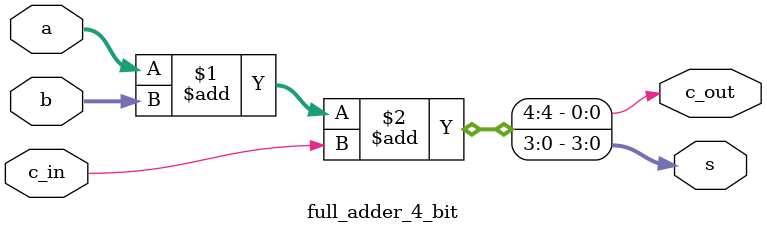
<source format=v>
/***********************************************************
File Name:	full_adder_4_bit.v
Author: 	Kevan Thompson
Date:		March 14, 2024
Description: A simple implementation of a 4 bit full adder

***********************************************************/

module full_adder_4_bit(
	input [3:0] a,
	input [3:0] b,
    input c_in,
	output [3:0] s,
	output c_out
);

assign {c_out,s} = a + b + c_in;

endmodule
</source>
